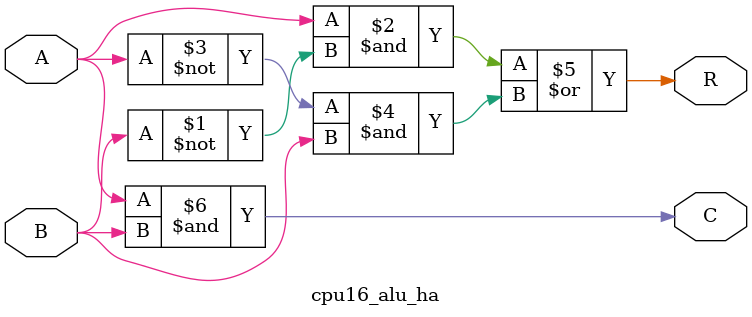
<source format=v>
module cpu16_alu_ha ( A, B, R, C );
input A, B;
output R, C;

assign R = (A&~B)|(~A&B);
assign C = A&B;

endmodule
</source>
